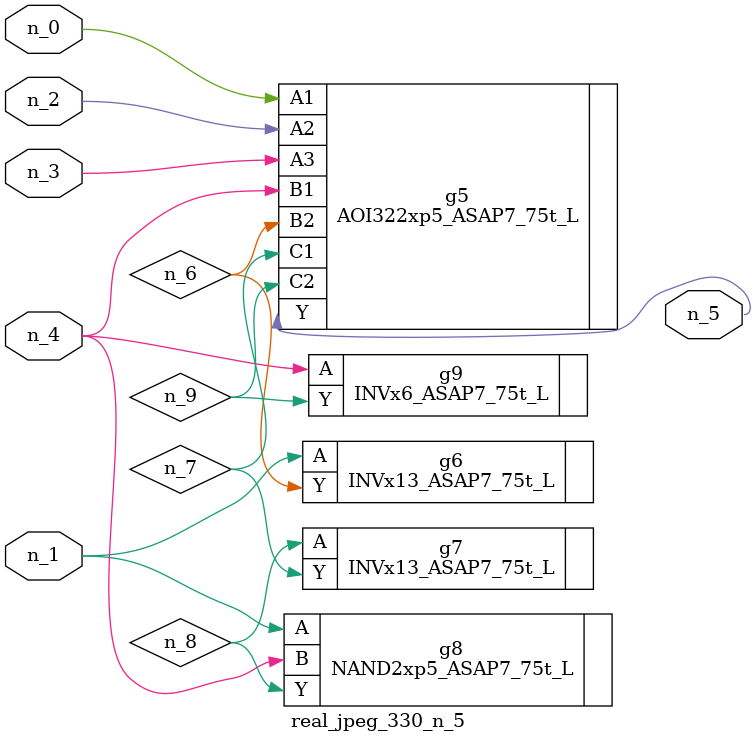
<source format=v>
module real_jpeg_330_n_5 (n_4, n_0, n_1, n_2, n_3, n_5);

input n_4;
input n_0;
input n_1;
input n_2;
input n_3;

output n_5;

wire n_8;
wire n_6;
wire n_7;
wire n_9;

AOI322xp5_ASAP7_75t_L g5 ( 
.A1(n_0),
.A2(n_2),
.A3(n_3),
.B1(n_4),
.B2(n_6),
.C1(n_7),
.C2(n_9),
.Y(n_5)
);

INVx13_ASAP7_75t_L g6 ( 
.A(n_1),
.Y(n_6)
);

NAND2xp5_ASAP7_75t_L g8 ( 
.A(n_1),
.B(n_4),
.Y(n_8)
);

INVx6_ASAP7_75t_L g9 ( 
.A(n_4),
.Y(n_9)
);

INVx13_ASAP7_75t_L g7 ( 
.A(n_8),
.Y(n_7)
);


endmodule
</source>
